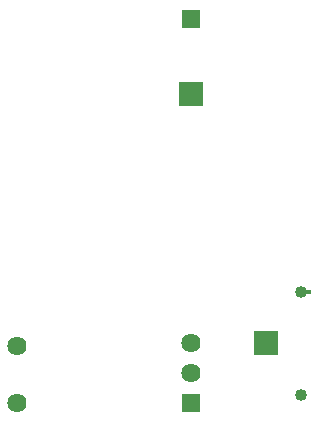
<source format=gbr>
G04 #@! TF.GenerationSoftware,KiCad,Pcbnew,(5.1.5)-3*
G04 #@! TF.CreationDate,2020-02-13T19:53:59-08:00*
G04 #@! TF.ProjectId,Clock_Test,436c6f63-6b5f-4546-9573-742e6b696361,rev?*
G04 #@! TF.SameCoordinates,Original*
G04 #@! TF.FileFunction,Copper,L2,Bot*
G04 #@! TF.FilePolarity,Positive*
%FSLAX46Y46*%
G04 Gerber Fmt 4.6, Leading zero omitted, Abs format (unit mm)*
G04 Created by KiCad (PCBNEW (5.1.5)-3) date 2020-02-13 19:53:59*
%MOMM*%
%LPD*%
G04 APERTURE LIST*
%ADD10R,0.950000X0.460000*%
%ADD11C,1.016000*%
%ADD12R,1.524000X1.524000*%
%ADD13R,2.032000X2.032000*%
%ADD14C,1.625600*%
%ADD15R,1.625600X1.625600*%
G04 APERTURE END LIST*
D10*
X44254000Y-41848000D03*
D11*
X43804000Y-41848000D03*
X43804000Y-50608000D03*
D12*
X34544000Y-18796000D03*
D13*
X34544000Y-25146000D03*
X40894000Y-46228000D03*
D14*
X34544000Y-48768000D03*
X34544000Y-46228000D03*
D15*
X34544000Y-51308000D03*
D14*
X19812000Y-46428000D03*
X19812000Y-51308000D03*
M02*

</source>
